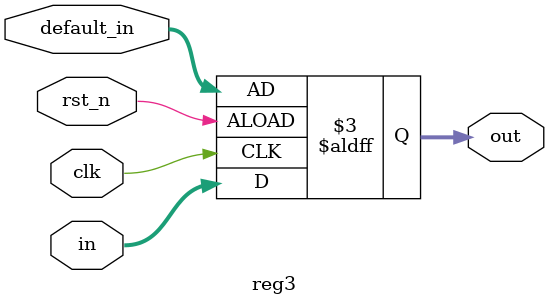
<source format=v>
module reg3 (
    input clk,
    input rst_n,
    input [2:0] in,
    input [2:0] default_in,
    output reg [2:0] out
);
    
    always @(posedge clk or negedge rst_n) begin
        if (!rst_n) out <= default_in;
        else out <= in;
    end
endmodule
</source>
